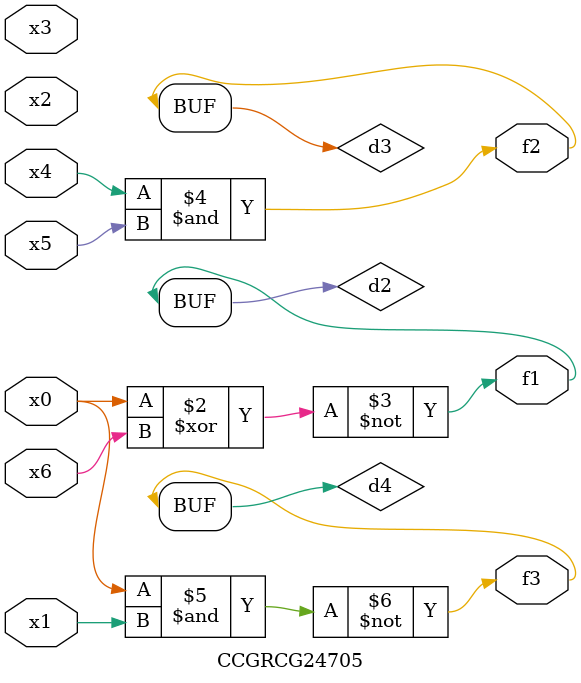
<source format=v>
module CCGRCG24705(
	input x0, x1, x2, x3, x4, x5, x6,
	output f1, f2, f3
);

	wire d1, d2, d3, d4;

	nor (d1, x0);
	xnor (d2, x0, x6);
	and (d3, x4, x5);
	nand (d4, x0, x1);
	assign f1 = d2;
	assign f2 = d3;
	assign f3 = d4;
endmodule

</source>
